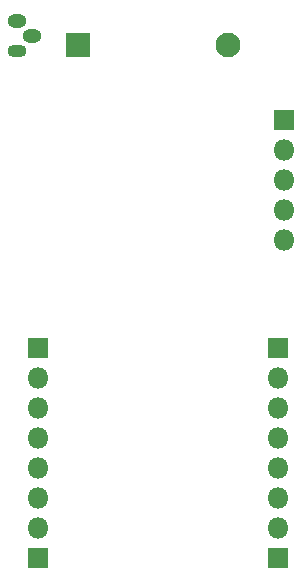
<source format=gbr>
%TF.GenerationSoftware,KiCad,Pcbnew,(5.1.6)-1*%
%TF.CreationDate,2022-09-14T08:17:57+02:00*%
%TF.ProjectId,LoRaWAN_EndNode_Microchip,4c6f5261-5741-44e5-9f45-6e644e6f6465,rev?*%
%TF.SameCoordinates,Original*%
%TF.FileFunction,Soldermask,Bot*%
%TF.FilePolarity,Negative*%
%FSLAX46Y46*%
G04 Gerber Fmt 4.6, Leading zero omitted, Abs format (unit mm)*
G04 Created by KiCad (PCBNEW (5.1.6)-1) date 2022-09-14 08:17:57*
%MOMM*%
%LPD*%
G01*
G04 APERTURE LIST*
%ADD10C,2.100000*%
%ADD11R,2.100000X2.100000*%
%ADD12O,1.800000X1.800000*%
%ADD13R,1.800000X1.800000*%
%ADD14O,1.600000X1.200000*%
%ADD15O,1.600000X1.100000*%
G04 APERTURE END LIST*
D10*
%TO.C,B1*%
X207137000Y-74295000D03*
D11*
X194437000Y-74295000D03*
%TD*%
D12*
%TO.C,J1*%
X211836000Y-90868500D03*
X211836000Y-88328500D03*
X211836000Y-85788500D03*
X211836000Y-83248500D03*
D13*
X211836000Y-80708500D03*
%TD*%
D14*
%TO.C,U4*%
X189238000Y-72288400D03*
X190500000Y-73558400D03*
D15*
X189280000Y-74828400D03*
%TD*%
D13*
%TO.C,CON1*%
X191008000Y-99949000D03*
D12*
X191008000Y-102489000D03*
X191008000Y-105029000D03*
X191008000Y-107569000D03*
X191008000Y-110109000D03*
X191008000Y-112649000D03*
X191008000Y-115189000D03*
D13*
X191008000Y-117729000D03*
%TD*%
%TO.C,CON2*%
X211328000Y-99949000D03*
D12*
X211328000Y-102489000D03*
X211328000Y-105029000D03*
X211328000Y-107569000D03*
X211328000Y-110109000D03*
X211328000Y-112649000D03*
X211328000Y-115189000D03*
D13*
X211328000Y-117729000D03*
%TD*%
M02*

</source>
